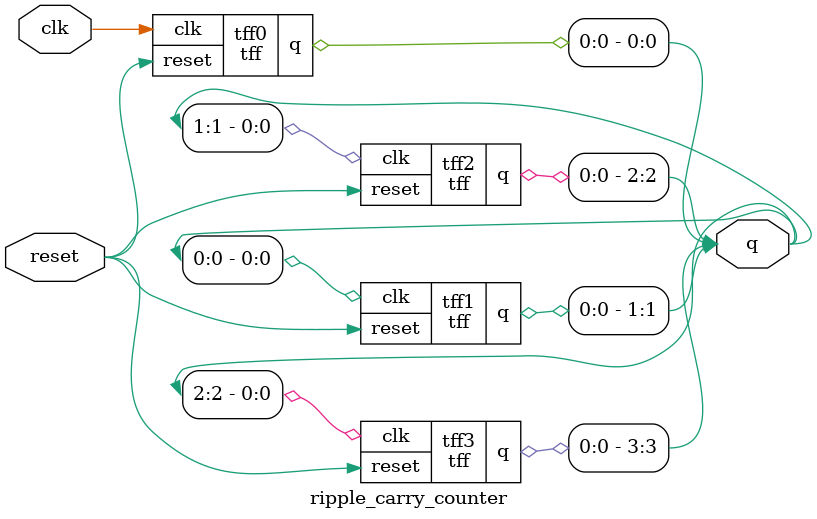
<source format=v>
module tff (q, clk, reset);
    output reg q; // needs to be reg because why?
    input  clk, reset;

    always @(posedge reset or posedge clk) begin
        if (reset) begin
            q <= 1'b0; // non-blocking assignment
        end else begin
            q <= ~q;
        end
    end
endmodule

module ripple_carry_counter (q, clk, reset);
    output [3:0] q; // doesn't need to be reg because here we are just connecting wires
    input        clk, reset;

    tff tff0(q[0], clk,  reset);
    tff tff1(q[1], q[0], reset);
    tff tff2(q[2], q[1], reset);
    tff tff3(q[3], q[2], reset);

endmodule

</source>
